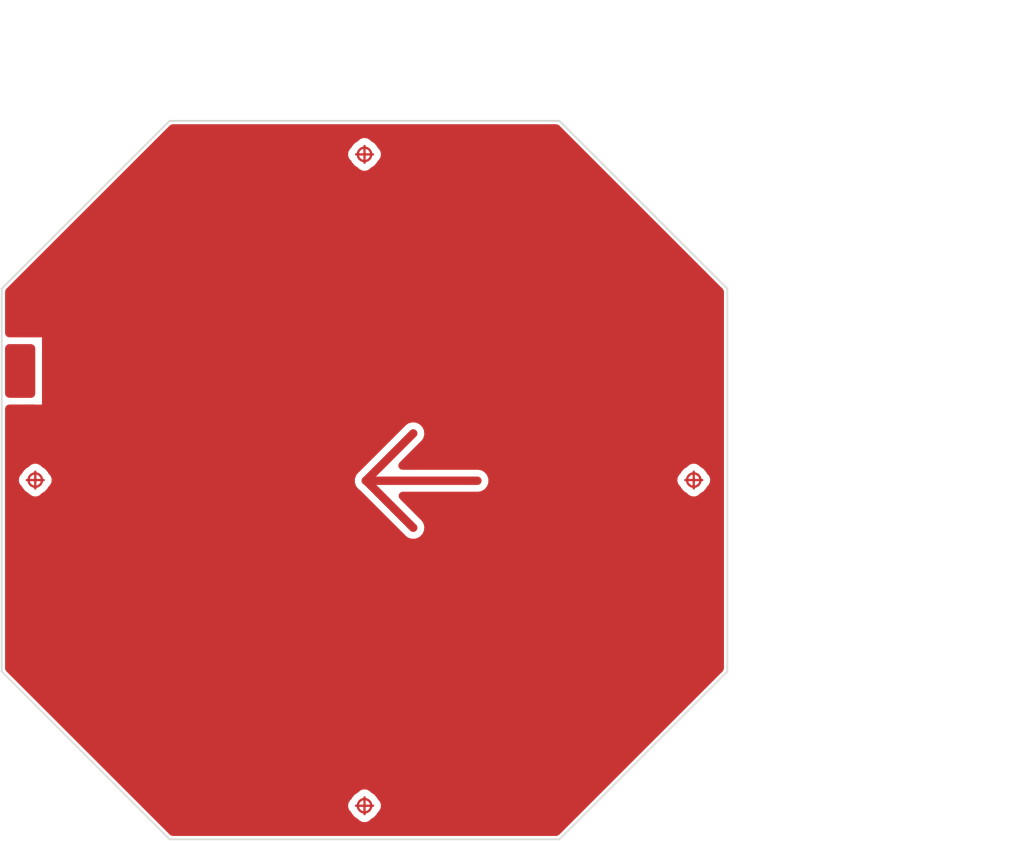
<source format=kicad_pcb>
(kicad_pcb (version 20211014) (generator pcbnew)
  (layers (0 "F.Cu" signal) (31 "B.Cu" signal) (34 "B.Paste" user) (35 "F.Paste" user) (36 "B.SilkS" user "B.Silkscreen") (37 "F.SilkS" user "F.Silkscreen") (38 "B.Mask" user) (39 "F.Mask" user) (44 "Edge.Cuts" user))
  (net 0 "")
  (footprint "unl_silab:crossed_circle_fiducial" (layer "F.Cu") (at 1 10.7)
    (fp_text reference "REF**" hide)
    (fp_text value "crossed_circle_fiducial" hide)
    (fp_line (start 0 -0.25) (end 0 0.25) (layer "F.Cu") (width 0.07))
    (fp_line (start 0.25 0) (end -0.25 0) (layer "F.Cu") (width 0.07))
    (fp_circle (center 0 0) (end 0.2 0) (layer "F.Cu") (width 0.07) (fill none))
  )
  (footprint "unl_silab:crossed_circle_fiducial" (layer "F.Cu") (at 10.8 1)
    (fp_text reference "REF**" hide)
    (fp_text value "crossed_circle_fiducial" hide)
    (fp_line (start 0.25 0) (end -0.25 0) (layer "F.Cu") (width 0.07))
    (fp_line (start 0 -0.25) (end 0 0.25) (layer "F.Cu") (width 0.07))
    (fp_circle (center 0 0) (end 0.2 0) (layer "F.Cu") (width 0.07) (fill none))
  )
  (footprint "unl_silab:crossed_circle_fiducial" (layer "F.Cu") (at 20.6 10.7)
    (fp_text reference "REF**" hide)
    (fp_text value "crossed_circle_fiducial" hide)
    (fp_line (start 0.25 0) (end -0.25 0) (layer "F.Cu") (width 0.07))
    (fp_line (start 0 -0.25) (end 0 0.25) (layer "F.Cu") (width 0.07))
    (fp_circle (center 0 0) (end 0.2 0) (layer "F.Cu") (width 0.07) (fill none))
  )
  (footprint "unl_silab:crossed_circle_fiducial" (layer "F.Cu") (at 10.8 20.4)
    (fp_text reference "REF**" hide)
    (fp_text value "crossed_circle_fiducial" hide)
    (fp_line (start 0 -0.25) (end 0 0.25) (layer "F.Cu") (width 0.07))
    (fp_line (start 0.25 0) (end -0.25 0) (layer "F.Cu") (width 0.07))
    (fp_circle (center 0 0) (end 0.2 0) (layer "F.Cu") (width 0.07) (fill none))
  )
  (gr_line (start 0 5) (end 0 16.4) (layer "Edge.Cuts") (width 0.05))
  (gr_line (start 5 21.4) (end 16.6 21.4) (layer "Edge.Cuts") (width 0.05))
  (gr_line (start 5 0) (end 16.6 0) (layer "Edge.Cuts") (width 0.05))
  (gr_line (start 5 0) (end 0 5) (layer "Edge.Cuts") (width 0.05))
  (gr_line (start 16.6 0) (end 21.6 5) (layer "Edge.Cuts") (width 0.05))
  (gr_line (start 0 16.4) (end 5 21.4) (layer "Edge.Cuts") (width 0.05))
  (gr_line (start 16.6 21.4) (end 21.6 16.4) (layer "Edge.Cuts") (width 0.05))
  (gr_line (start 21.6 5) (end 21.6 16.4) (layer "Edge.Cuts") (width 0.05))
  (segment (start 10.85 10.71) (end 12.25 9.31) (width 0.25) (layer "F.Cu") (net 0))
  (segment (start 10.85 10.72) (end 10.85 10.71) (width 0.25) (layer "F.Cu") (net 0))
  (segment (start 14.16 10.72) (end 10.84 10.72) (width 0.25) (layer "F.Cu") (net 0))
  (segment (start 10.84 10.72) (end 10.85 10.72) (width 0.25) (layer "F.Cu") (net 0))
  (segment (start 10.85 10.72) (end 12.25 12.12) (width 0.25) (layer "F.Cu") (net 0))
  (zone (net 0) (net_name "") (layer "F.Cu") (connect_pads (clearance 0.1)) (min_thickness 0.254) (fill yes (thermal_gap 0.508) (thermal_bridge_width 0.508))
    (polygon (pts (xy 21.6 21.4) (xy 0 21.4) (xy 0 0) (xy 21.6 0)))
  )
  (zone (net 0) (net_name "") (layer "F.Cu") (connect_pads (clearance 0)) (min_thickness 0.254)
    (keepout (tracks allowed) (vias allowed) (pads allowed) (copperpour not_allowed) (footprints allowed))
    (fill (thermal_gap 0.508) (thermal_bridge_width 0.508))
    (polygon (pts (xy 1 8.447501) (xy 0 8.45) (xy 0 8.25) (xy 1 8.2525)))
  )
  (zone (net 0) (net_name "") (layer "F.Cu") (connect_pads (clearance 0)) (min_thickness 0.254)
    (keepout (tracks allowed) (vias allowed) (pads allowed) (copperpour not_allowed) (footprints allowed))
    (fill (thermal_gap 0.508) (thermal_bridge_width 0.508))
    (polygon (pts (xy 1.2 8.450336) (xy 1 8.452919) (xy 1 6.451039) (xy 1.2 6.449665)))
  )
  (zone (net 0) (net_name "") (layer "F.Cu") (connect_pads (clearance 0)) (min_thickness 0.254)
    (keepout (tracks allowed) (vias allowed) (pads allowed) (copperpour not_allowed) (footprints allowed))
    (fill (thermal_gap 0.508) (thermal_bridge_width 0.508))
    (polygon (pts (xy 1 6.65) (xy 0 6.65) (xy 0 6.45) (xy 1 6.45)))
  )
)
</source>
